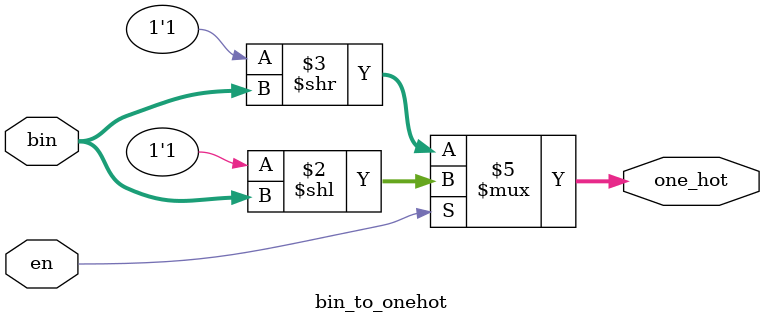
<source format=v>
module bin_to_onehot(en,bin,one_hot);
	input en;
	input [3:0]bin;
	output reg[31:0]one_hot;
	
	always@(*)
		begin
			if(en)
				one_hot = 1'b1<<bin;
			else
				one_hot = 1'b1>>bin;
		end
endmodule
</source>
